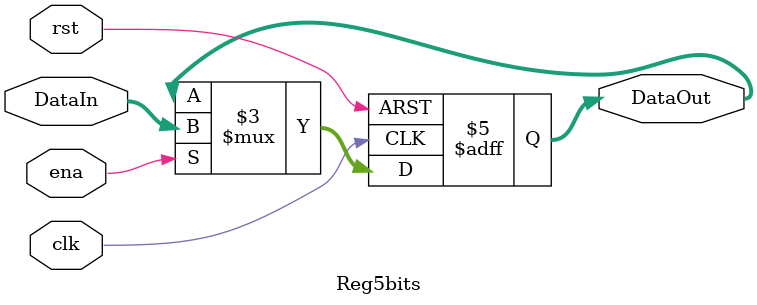
<source format=v>
`timescale 1ns / 1ps

//////////////////////////////////////////////////////////////////////////////////
module Reg5bits(input clk,input rst,input ena,input [4:0] DataIn,output reg [4:0] DataOut);


always @(negedge clk, posedge rst)
	begin
		if (rst)
			DataOut = 5'b0;
		else
			begin
				if (ena)
					DataOut = DataIn;
			end
	end
endmodule

</source>
